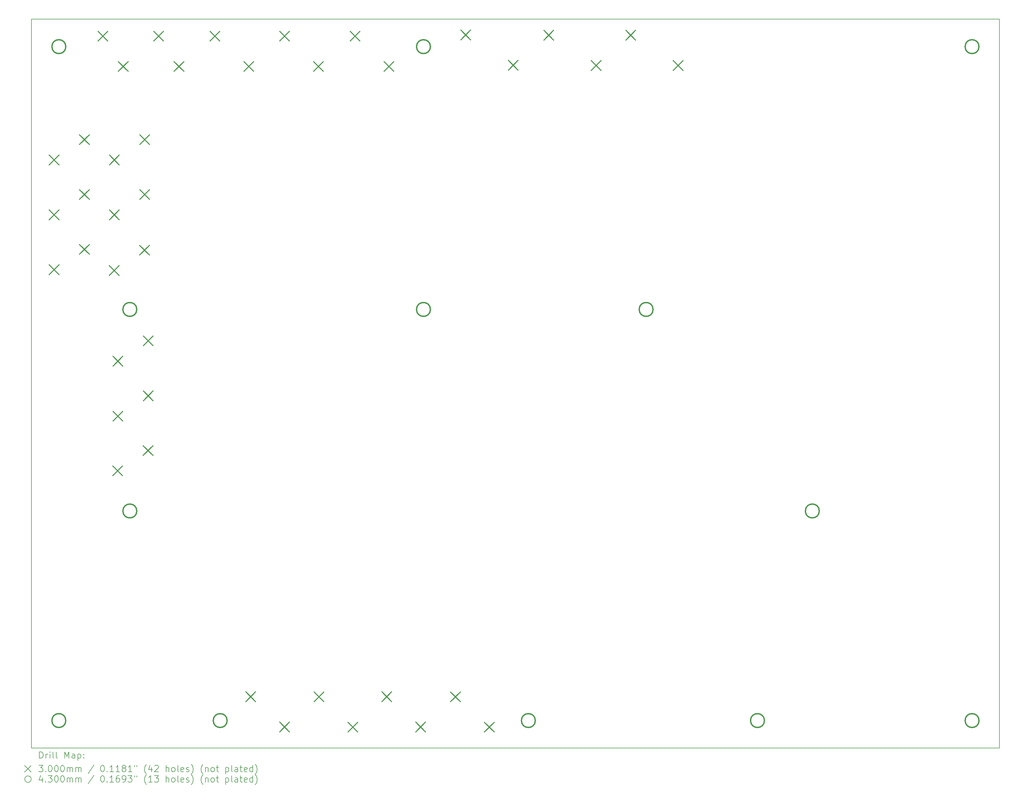
<source format=gbr>
%TF.GenerationSoftware,KiCad,Pcbnew,(6.0.10)*%
%TF.CreationDate,2024-08-19T09:22:01-04:00*%
%TF.ProjectId,ExoFlex_Kicad,45786f46-6c65-4785-9f4b-696361642e6b,rev?*%
%TF.SameCoordinates,Original*%
%TF.FileFunction,Drillmap*%
%TF.FilePolarity,Positive*%
%FSLAX45Y45*%
G04 Gerber Fmt 4.5, Leading zero omitted, Abs format (unit mm)*
G04 Created by KiCad (PCBNEW (6.0.10)) date 2024-08-19 09:22:01*
%MOMM*%
%LPD*%
G01*
G04 APERTURE LIST*
%ADD10C,0.150000*%
%ADD11C,0.200000*%
%ADD12C,0.299999*%
%ADD13C,0.430000*%
G04 APERTURE END LIST*
D10*
X2870200Y-2117200D02*
X32870200Y-2117200D01*
X32870200Y-24717200D02*
X2870200Y-24717200D01*
X32870200Y-2117200D02*
X32870200Y-24717200D01*
X2870200Y-24717200D02*
X2870200Y-2117200D01*
D11*
D12*
X3423700Y-6333801D02*
X3723700Y-6633800D01*
X3723700Y-6333801D02*
X3423700Y-6633800D01*
X3423700Y-8035601D02*
X3723700Y-8335600D01*
X3723700Y-8035601D02*
X3423700Y-8335600D01*
X3423700Y-9737401D02*
X3723700Y-10037400D01*
X3723700Y-9737401D02*
X3423700Y-10037400D01*
X4363700Y-5703801D02*
X4663700Y-6003800D01*
X4663700Y-5703801D02*
X4363700Y-6003800D01*
X4363700Y-7405601D02*
X4663700Y-7705600D01*
X4663700Y-7405601D02*
X4363700Y-7705600D01*
X4363700Y-9107401D02*
X4663700Y-9407400D01*
X4663700Y-9107401D02*
X4363700Y-9407400D01*
X4933800Y-2491300D02*
X5233800Y-2791300D01*
X5233800Y-2491300D02*
X4933800Y-2791300D01*
X5286500Y-9762800D02*
X5586500Y-10062800D01*
X5586500Y-9762800D02*
X5286500Y-10062800D01*
X5289400Y-6333801D02*
X5589400Y-6633800D01*
X5589400Y-6333801D02*
X5289400Y-6633800D01*
X5289400Y-8035601D02*
X5589400Y-8335600D01*
X5589400Y-8035601D02*
X5289400Y-8335600D01*
X5394300Y-15972801D02*
X5694300Y-16272800D01*
X5694300Y-15972801D02*
X5394300Y-16272800D01*
X5399100Y-12572801D02*
X5699100Y-12872800D01*
X5699100Y-12572801D02*
X5399100Y-12872800D01*
X5399100Y-14277200D02*
X5699100Y-14577200D01*
X5699100Y-14277200D02*
X5399100Y-14577200D01*
X5563800Y-3431300D02*
X5863800Y-3731300D01*
X5863800Y-3431300D02*
X5563800Y-3731300D01*
X6226500Y-9132800D02*
X6526500Y-9432800D01*
X6526500Y-9132800D02*
X6226500Y-9432800D01*
X6229400Y-5703801D02*
X6529400Y-6003800D01*
X6529400Y-5703801D02*
X6229400Y-6003800D01*
X6229400Y-7405601D02*
X6529400Y-7705600D01*
X6529400Y-7405601D02*
X6229400Y-7705600D01*
X6334300Y-15342801D02*
X6634300Y-15642800D01*
X6634300Y-15342801D02*
X6334300Y-15642800D01*
X6339100Y-11942801D02*
X6639100Y-12242800D01*
X6639100Y-11942801D02*
X6339100Y-12242800D01*
X6339100Y-13647200D02*
X6639100Y-13947200D01*
X6639100Y-13647200D02*
X6339100Y-13947200D01*
X6661000Y-2491300D02*
X6961000Y-2791300D01*
X6961000Y-2491300D02*
X6661000Y-2791300D01*
X7291000Y-3431300D02*
X7591000Y-3731300D01*
X7591000Y-3431300D02*
X7291000Y-3731300D01*
X8406800Y-2491300D02*
X8706800Y-2791300D01*
X8706800Y-2491300D02*
X8406800Y-2791300D01*
X9456798Y-3431300D02*
X9756798Y-3731300D01*
X9756798Y-3431300D02*
X9456798Y-3731300D01*
X9517003Y-22979300D02*
X9817002Y-23279300D01*
X9817002Y-22979300D02*
X9517003Y-23279300D01*
X10565800Y-2491300D02*
X10865800Y-2791300D01*
X10865800Y-2491300D02*
X10565800Y-2791300D01*
X10567000Y-23919300D02*
X10867000Y-24219300D01*
X10867000Y-23919300D02*
X10567000Y-24219300D01*
X11615798Y-3431300D02*
X11915798Y-3731300D01*
X11915798Y-3431300D02*
X11615798Y-3731300D01*
X11632002Y-22982200D02*
X11932002Y-23282200D01*
X11932002Y-22982200D02*
X11632002Y-23282200D01*
X12682000Y-23922200D02*
X12982000Y-24222200D01*
X12982000Y-23922200D02*
X12682000Y-24222200D01*
X12750200Y-2491300D02*
X13050200Y-2791300D01*
X13050200Y-2491300D02*
X12750200Y-2791300D01*
X13733402Y-22979300D02*
X14033402Y-23279300D01*
X14033402Y-22979300D02*
X13733402Y-23279300D01*
X13800198Y-3431300D02*
X14100198Y-3731300D01*
X14100198Y-3431300D02*
X13800198Y-3731300D01*
X14783400Y-23919300D02*
X15083400Y-24219300D01*
X15083400Y-23919300D02*
X14783400Y-24219300D01*
X15860203Y-22982200D02*
X16160202Y-23282200D01*
X16160202Y-22982200D02*
X15860203Y-23282200D01*
X16179800Y-2455500D02*
X16479800Y-2755500D01*
X16479800Y-2455500D02*
X16179800Y-2755500D01*
X16910200Y-23922200D02*
X17210200Y-24222200D01*
X17210200Y-23922200D02*
X16910200Y-24222200D01*
X17649797Y-3395500D02*
X17949797Y-3695500D01*
X17949797Y-3395500D02*
X17649797Y-3695500D01*
X18750200Y-2462200D02*
X19050200Y-2762200D01*
X19050200Y-2462200D02*
X18750200Y-2762200D01*
X20220197Y-3402200D02*
X20520197Y-3702200D01*
X20520197Y-3402200D02*
X20220197Y-3702200D01*
X21290200Y-2462200D02*
X21590200Y-2762200D01*
X21590200Y-2462200D02*
X21290200Y-2762200D01*
X22760197Y-3402200D02*
X23060197Y-3702200D01*
X23060197Y-3402200D02*
X22760197Y-3702200D01*
D13*
X3935200Y-2967200D02*
G75*
G03*
X3935200Y-2967200I-215000J0D01*
G01*
X3935200Y-23867200D02*
G75*
G03*
X3935200Y-23867200I-215000J0D01*
G01*
X6135200Y-11117200D02*
G75*
G03*
X6135200Y-11117200I-215000J0D01*
G01*
X6135200Y-17367200D02*
G75*
G03*
X6135200Y-17367200I-215000J0D01*
G01*
X8935200Y-23867200D02*
G75*
G03*
X8935200Y-23867200I-215000J0D01*
G01*
X15235200Y-2967200D02*
G75*
G03*
X15235200Y-2967200I-215000J0D01*
G01*
X15235200Y-11117200D02*
G75*
G03*
X15235200Y-11117200I-215000J0D01*
G01*
X18485200Y-23867200D02*
G75*
G03*
X18485200Y-23867200I-215000J0D01*
G01*
X22135200Y-11117200D02*
G75*
G03*
X22135200Y-11117200I-215000J0D01*
G01*
X25585200Y-23867200D02*
G75*
G03*
X25585200Y-23867200I-215000J0D01*
G01*
X27285200Y-17367200D02*
G75*
G03*
X27285200Y-17367200I-215000J0D01*
G01*
X32235200Y-2967200D02*
G75*
G03*
X32235200Y-2967200I-215000J0D01*
G01*
X32235200Y-23867200D02*
G75*
G03*
X32235200Y-23867200I-215000J0D01*
G01*
D11*
X3120319Y-25035176D02*
X3120319Y-24835176D01*
X3167938Y-24835176D01*
X3196509Y-24844700D01*
X3215557Y-24863748D01*
X3225081Y-24882795D01*
X3234605Y-24920890D01*
X3234605Y-24949462D01*
X3225081Y-24987557D01*
X3215557Y-25006605D01*
X3196509Y-25025652D01*
X3167938Y-25035176D01*
X3120319Y-25035176D01*
X3320319Y-25035176D02*
X3320319Y-24901843D01*
X3320319Y-24939938D02*
X3329843Y-24920890D01*
X3339367Y-24911367D01*
X3358414Y-24901843D01*
X3377462Y-24901843D01*
X3444128Y-25035176D02*
X3444128Y-24901843D01*
X3444128Y-24835176D02*
X3434605Y-24844700D01*
X3444128Y-24854224D01*
X3453652Y-24844700D01*
X3444128Y-24835176D01*
X3444128Y-24854224D01*
X3567938Y-25035176D02*
X3548890Y-25025652D01*
X3539367Y-25006605D01*
X3539367Y-24835176D01*
X3672700Y-25035176D02*
X3653652Y-25025652D01*
X3644128Y-25006605D01*
X3644128Y-24835176D01*
X3901271Y-25035176D02*
X3901271Y-24835176D01*
X3967938Y-24978033D01*
X4034605Y-24835176D01*
X4034605Y-25035176D01*
X4215557Y-25035176D02*
X4215557Y-24930414D01*
X4206033Y-24911367D01*
X4186986Y-24901843D01*
X4148890Y-24901843D01*
X4129843Y-24911367D01*
X4215557Y-25025652D02*
X4196510Y-25035176D01*
X4148890Y-25035176D01*
X4129843Y-25025652D01*
X4120319Y-25006605D01*
X4120319Y-24987557D01*
X4129843Y-24968509D01*
X4148890Y-24958986D01*
X4196510Y-24958986D01*
X4215557Y-24949462D01*
X4310795Y-24901843D02*
X4310795Y-25101843D01*
X4310795Y-24911367D02*
X4329843Y-24901843D01*
X4367938Y-24901843D01*
X4386986Y-24911367D01*
X4396510Y-24920890D01*
X4406033Y-24939938D01*
X4406033Y-24997081D01*
X4396510Y-25016128D01*
X4386986Y-25025652D01*
X4367938Y-25035176D01*
X4329843Y-25035176D01*
X4310795Y-25025652D01*
X4491748Y-25016128D02*
X4501271Y-25025652D01*
X4491748Y-25035176D01*
X4482224Y-25025652D01*
X4491748Y-25016128D01*
X4491748Y-25035176D01*
X4491748Y-24911367D02*
X4501271Y-24920890D01*
X4491748Y-24930414D01*
X4482224Y-24920890D01*
X4491748Y-24911367D01*
X4491748Y-24930414D01*
X2662700Y-25264700D02*
X2862700Y-25464700D01*
X2862700Y-25264700D02*
X2662700Y-25464700D01*
X3101271Y-25255176D02*
X3225081Y-25255176D01*
X3158414Y-25331367D01*
X3186986Y-25331367D01*
X3206033Y-25340890D01*
X3215557Y-25350414D01*
X3225081Y-25369462D01*
X3225081Y-25417081D01*
X3215557Y-25436128D01*
X3206033Y-25445652D01*
X3186986Y-25455176D01*
X3129843Y-25455176D01*
X3110795Y-25445652D01*
X3101271Y-25436128D01*
X3310795Y-25436128D02*
X3320319Y-25445652D01*
X3310795Y-25455176D01*
X3301271Y-25445652D01*
X3310795Y-25436128D01*
X3310795Y-25455176D01*
X3444128Y-25255176D02*
X3463176Y-25255176D01*
X3482224Y-25264700D01*
X3491748Y-25274224D01*
X3501271Y-25293271D01*
X3510795Y-25331367D01*
X3510795Y-25378986D01*
X3501271Y-25417081D01*
X3491748Y-25436128D01*
X3482224Y-25445652D01*
X3463176Y-25455176D01*
X3444128Y-25455176D01*
X3425081Y-25445652D01*
X3415557Y-25436128D01*
X3406033Y-25417081D01*
X3396509Y-25378986D01*
X3396509Y-25331367D01*
X3406033Y-25293271D01*
X3415557Y-25274224D01*
X3425081Y-25264700D01*
X3444128Y-25255176D01*
X3634605Y-25255176D02*
X3653652Y-25255176D01*
X3672700Y-25264700D01*
X3682224Y-25274224D01*
X3691748Y-25293271D01*
X3701271Y-25331367D01*
X3701271Y-25378986D01*
X3691748Y-25417081D01*
X3682224Y-25436128D01*
X3672700Y-25445652D01*
X3653652Y-25455176D01*
X3634605Y-25455176D01*
X3615557Y-25445652D01*
X3606033Y-25436128D01*
X3596509Y-25417081D01*
X3586986Y-25378986D01*
X3586986Y-25331367D01*
X3596509Y-25293271D01*
X3606033Y-25274224D01*
X3615557Y-25264700D01*
X3634605Y-25255176D01*
X3825081Y-25255176D02*
X3844128Y-25255176D01*
X3863176Y-25264700D01*
X3872700Y-25274224D01*
X3882224Y-25293271D01*
X3891748Y-25331367D01*
X3891748Y-25378986D01*
X3882224Y-25417081D01*
X3872700Y-25436128D01*
X3863176Y-25445652D01*
X3844128Y-25455176D01*
X3825081Y-25455176D01*
X3806033Y-25445652D01*
X3796509Y-25436128D01*
X3786986Y-25417081D01*
X3777462Y-25378986D01*
X3777462Y-25331367D01*
X3786986Y-25293271D01*
X3796509Y-25274224D01*
X3806033Y-25264700D01*
X3825081Y-25255176D01*
X3977462Y-25455176D02*
X3977462Y-25321843D01*
X3977462Y-25340890D02*
X3986986Y-25331367D01*
X4006033Y-25321843D01*
X4034605Y-25321843D01*
X4053652Y-25331367D01*
X4063176Y-25350414D01*
X4063176Y-25455176D01*
X4063176Y-25350414D02*
X4072700Y-25331367D01*
X4091748Y-25321843D01*
X4120319Y-25321843D01*
X4139367Y-25331367D01*
X4148890Y-25350414D01*
X4148890Y-25455176D01*
X4244129Y-25455176D02*
X4244129Y-25321843D01*
X4244129Y-25340890D02*
X4253652Y-25331367D01*
X4272700Y-25321843D01*
X4301271Y-25321843D01*
X4320319Y-25331367D01*
X4329843Y-25350414D01*
X4329843Y-25455176D01*
X4329843Y-25350414D02*
X4339367Y-25331367D01*
X4358414Y-25321843D01*
X4386986Y-25321843D01*
X4406033Y-25331367D01*
X4415557Y-25350414D01*
X4415557Y-25455176D01*
X4806033Y-25245652D02*
X4634605Y-25502795D01*
X5063176Y-25255176D02*
X5082224Y-25255176D01*
X5101271Y-25264700D01*
X5110795Y-25274224D01*
X5120319Y-25293271D01*
X5129843Y-25331367D01*
X5129843Y-25378986D01*
X5120319Y-25417081D01*
X5110795Y-25436128D01*
X5101271Y-25445652D01*
X5082224Y-25455176D01*
X5063176Y-25455176D01*
X5044129Y-25445652D01*
X5034605Y-25436128D01*
X5025081Y-25417081D01*
X5015557Y-25378986D01*
X5015557Y-25331367D01*
X5025081Y-25293271D01*
X5034605Y-25274224D01*
X5044129Y-25264700D01*
X5063176Y-25255176D01*
X5215557Y-25436128D02*
X5225081Y-25445652D01*
X5215557Y-25455176D01*
X5206033Y-25445652D01*
X5215557Y-25436128D01*
X5215557Y-25455176D01*
X5415557Y-25455176D02*
X5301271Y-25455176D01*
X5358414Y-25455176D02*
X5358414Y-25255176D01*
X5339367Y-25283748D01*
X5320319Y-25302795D01*
X5301271Y-25312319D01*
X5606033Y-25455176D02*
X5491748Y-25455176D01*
X5548890Y-25455176D02*
X5548890Y-25255176D01*
X5529843Y-25283748D01*
X5510795Y-25302795D01*
X5491748Y-25312319D01*
X5720319Y-25340890D02*
X5701271Y-25331367D01*
X5691748Y-25321843D01*
X5682224Y-25302795D01*
X5682224Y-25293271D01*
X5691748Y-25274224D01*
X5701271Y-25264700D01*
X5720319Y-25255176D01*
X5758414Y-25255176D01*
X5777462Y-25264700D01*
X5786986Y-25274224D01*
X5796509Y-25293271D01*
X5796509Y-25302795D01*
X5786986Y-25321843D01*
X5777462Y-25331367D01*
X5758414Y-25340890D01*
X5720319Y-25340890D01*
X5701271Y-25350414D01*
X5691748Y-25359938D01*
X5682224Y-25378986D01*
X5682224Y-25417081D01*
X5691748Y-25436128D01*
X5701271Y-25445652D01*
X5720319Y-25455176D01*
X5758414Y-25455176D01*
X5777462Y-25445652D01*
X5786986Y-25436128D01*
X5796509Y-25417081D01*
X5796509Y-25378986D01*
X5786986Y-25359938D01*
X5777462Y-25350414D01*
X5758414Y-25340890D01*
X5986986Y-25455176D02*
X5872700Y-25455176D01*
X5929843Y-25455176D02*
X5929843Y-25255176D01*
X5910795Y-25283748D01*
X5891748Y-25302795D01*
X5872700Y-25312319D01*
X6063176Y-25255176D02*
X6063176Y-25293271D01*
X6139367Y-25255176D02*
X6139367Y-25293271D01*
X6434605Y-25531367D02*
X6425081Y-25521843D01*
X6406033Y-25493271D01*
X6396509Y-25474224D01*
X6386986Y-25445652D01*
X6377462Y-25398033D01*
X6377462Y-25359938D01*
X6386986Y-25312319D01*
X6396509Y-25283748D01*
X6406033Y-25264700D01*
X6425081Y-25236128D01*
X6434605Y-25226605D01*
X6596509Y-25321843D02*
X6596509Y-25455176D01*
X6548890Y-25245652D02*
X6501271Y-25388509D01*
X6625081Y-25388509D01*
X6691748Y-25274224D02*
X6701271Y-25264700D01*
X6720319Y-25255176D01*
X6767938Y-25255176D01*
X6786986Y-25264700D01*
X6796509Y-25274224D01*
X6806033Y-25293271D01*
X6806033Y-25312319D01*
X6796509Y-25340890D01*
X6682224Y-25455176D01*
X6806033Y-25455176D01*
X7044128Y-25455176D02*
X7044128Y-25255176D01*
X7129843Y-25455176D02*
X7129843Y-25350414D01*
X7120319Y-25331367D01*
X7101271Y-25321843D01*
X7072700Y-25321843D01*
X7053652Y-25331367D01*
X7044128Y-25340890D01*
X7253652Y-25455176D02*
X7234605Y-25445652D01*
X7225081Y-25436128D01*
X7215557Y-25417081D01*
X7215557Y-25359938D01*
X7225081Y-25340890D01*
X7234605Y-25331367D01*
X7253652Y-25321843D01*
X7282224Y-25321843D01*
X7301271Y-25331367D01*
X7310795Y-25340890D01*
X7320319Y-25359938D01*
X7320319Y-25417081D01*
X7310795Y-25436128D01*
X7301271Y-25445652D01*
X7282224Y-25455176D01*
X7253652Y-25455176D01*
X7434605Y-25455176D02*
X7415557Y-25445652D01*
X7406033Y-25426605D01*
X7406033Y-25255176D01*
X7586986Y-25445652D02*
X7567938Y-25455176D01*
X7529843Y-25455176D01*
X7510795Y-25445652D01*
X7501271Y-25426605D01*
X7501271Y-25350414D01*
X7510795Y-25331367D01*
X7529843Y-25321843D01*
X7567938Y-25321843D01*
X7586986Y-25331367D01*
X7596509Y-25350414D01*
X7596509Y-25369462D01*
X7501271Y-25388509D01*
X7672700Y-25445652D02*
X7691748Y-25455176D01*
X7729843Y-25455176D01*
X7748890Y-25445652D01*
X7758414Y-25426605D01*
X7758414Y-25417081D01*
X7748890Y-25398033D01*
X7729843Y-25388509D01*
X7701271Y-25388509D01*
X7682224Y-25378986D01*
X7672700Y-25359938D01*
X7672700Y-25350414D01*
X7682224Y-25331367D01*
X7701271Y-25321843D01*
X7729843Y-25321843D01*
X7748890Y-25331367D01*
X7825081Y-25531367D02*
X7834605Y-25521843D01*
X7853652Y-25493271D01*
X7863176Y-25474224D01*
X7872700Y-25445652D01*
X7882224Y-25398033D01*
X7882224Y-25359938D01*
X7872700Y-25312319D01*
X7863176Y-25283748D01*
X7853652Y-25264700D01*
X7834605Y-25236128D01*
X7825081Y-25226605D01*
X8186986Y-25531367D02*
X8177462Y-25521843D01*
X8158414Y-25493271D01*
X8148890Y-25474224D01*
X8139367Y-25445652D01*
X8129843Y-25398033D01*
X8129843Y-25359938D01*
X8139367Y-25312319D01*
X8148890Y-25283748D01*
X8158414Y-25264700D01*
X8177462Y-25236128D01*
X8186986Y-25226605D01*
X8263176Y-25321843D02*
X8263176Y-25455176D01*
X8263176Y-25340890D02*
X8272700Y-25331367D01*
X8291748Y-25321843D01*
X8320319Y-25321843D01*
X8339367Y-25331367D01*
X8348890Y-25350414D01*
X8348890Y-25455176D01*
X8472700Y-25455176D02*
X8453652Y-25445652D01*
X8444129Y-25436128D01*
X8434605Y-25417081D01*
X8434605Y-25359938D01*
X8444129Y-25340890D01*
X8453652Y-25331367D01*
X8472700Y-25321843D01*
X8501271Y-25321843D01*
X8520319Y-25331367D01*
X8529843Y-25340890D01*
X8539367Y-25359938D01*
X8539367Y-25417081D01*
X8529843Y-25436128D01*
X8520319Y-25445652D01*
X8501271Y-25455176D01*
X8472700Y-25455176D01*
X8596510Y-25321843D02*
X8672700Y-25321843D01*
X8625081Y-25255176D02*
X8625081Y-25426605D01*
X8634605Y-25445652D01*
X8653652Y-25455176D01*
X8672700Y-25455176D01*
X8891748Y-25321843D02*
X8891748Y-25521843D01*
X8891748Y-25331367D02*
X8910795Y-25321843D01*
X8948890Y-25321843D01*
X8967938Y-25331367D01*
X8977462Y-25340890D01*
X8986986Y-25359938D01*
X8986986Y-25417081D01*
X8977462Y-25436128D01*
X8967938Y-25445652D01*
X8948890Y-25455176D01*
X8910795Y-25455176D01*
X8891748Y-25445652D01*
X9101271Y-25455176D02*
X9082224Y-25445652D01*
X9072700Y-25426605D01*
X9072700Y-25255176D01*
X9263176Y-25455176D02*
X9263176Y-25350414D01*
X9253652Y-25331367D01*
X9234605Y-25321843D01*
X9196510Y-25321843D01*
X9177462Y-25331367D01*
X9263176Y-25445652D02*
X9244129Y-25455176D01*
X9196510Y-25455176D01*
X9177462Y-25445652D01*
X9167938Y-25426605D01*
X9167938Y-25407557D01*
X9177462Y-25388509D01*
X9196510Y-25378986D01*
X9244129Y-25378986D01*
X9263176Y-25369462D01*
X9329843Y-25321843D02*
X9406033Y-25321843D01*
X9358414Y-25255176D02*
X9358414Y-25426605D01*
X9367938Y-25445652D01*
X9386986Y-25455176D01*
X9406033Y-25455176D01*
X9548890Y-25445652D02*
X9529843Y-25455176D01*
X9491748Y-25455176D01*
X9472700Y-25445652D01*
X9463176Y-25426605D01*
X9463176Y-25350414D01*
X9472700Y-25331367D01*
X9491748Y-25321843D01*
X9529843Y-25321843D01*
X9548890Y-25331367D01*
X9558414Y-25350414D01*
X9558414Y-25369462D01*
X9463176Y-25388509D01*
X9729843Y-25455176D02*
X9729843Y-25255176D01*
X9729843Y-25445652D02*
X9710795Y-25455176D01*
X9672700Y-25455176D01*
X9653652Y-25445652D01*
X9644129Y-25436128D01*
X9634605Y-25417081D01*
X9634605Y-25359938D01*
X9644129Y-25340890D01*
X9653652Y-25331367D01*
X9672700Y-25321843D01*
X9710795Y-25321843D01*
X9729843Y-25331367D01*
X9806033Y-25531367D02*
X9815557Y-25521843D01*
X9834605Y-25493271D01*
X9844129Y-25474224D01*
X9853652Y-25445652D01*
X9863176Y-25398033D01*
X9863176Y-25359938D01*
X9853652Y-25312319D01*
X9844129Y-25283748D01*
X9834605Y-25264700D01*
X9815557Y-25236128D01*
X9806033Y-25226605D01*
X2862700Y-25684700D02*
G75*
G03*
X2862700Y-25684700I-100000J0D01*
G01*
X3206033Y-25641843D02*
X3206033Y-25775176D01*
X3158414Y-25565652D02*
X3110795Y-25708509D01*
X3234605Y-25708509D01*
X3310795Y-25756128D02*
X3320319Y-25765652D01*
X3310795Y-25775176D01*
X3301271Y-25765652D01*
X3310795Y-25756128D01*
X3310795Y-25775176D01*
X3386986Y-25575176D02*
X3510795Y-25575176D01*
X3444128Y-25651367D01*
X3472700Y-25651367D01*
X3491748Y-25660890D01*
X3501271Y-25670414D01*
X3510795Y-25689462D01*
X3510795Y-25737081D01*
X3501271Y-25756128D01*
X3491748Y-25765652D01*
X3472700Y-25775176D01*
X3415557Y-25775176D01*
X3396509Y-25765652D01*
X3386986Y-25756128D01*
X3634605Y-25575176D02*
X3653652Y-25575176D01*
X3672700Y-25584700D01*
X3682224Y-25594224D01*
X3691748Y-25613271D01*
X3701271Y-25651367D01*
X3701271Y-25698986D01*
X3691748Y-25737081D01*
X3682224Y-25756128D01*
X3672700Y-25765652D01*
X3653652Y-25775176D01*
X3634605Y-25775176D01*
X3615557Y-25765652D01*
X3606033Y-25756128D01*
X3596509Y-25737081D01*
X3586986Y-25698986D01*
X3586986Y-25651367D01*
X3596509Y-25613271D01*
X3606033Y-25594224D01*
X3615557Y-25584700D01*
X3634605Y-25575176D01*
X3825081Y-25575176D02*
X3844128Y-25575176D01*
X3863176Y-25584700D01*
X3872700Y-25594224D01*
X3882224Y-25613271D01*
X3891748Y-25651367D01*
X3891748Y-25698986D01*
X3882224Y-25737081D01*
X3872700Y-25756128D01*
X3863176Y-25765652D01*
X3844128Y-25775176D01*
X3825081Y-25775176D01*
X3806033Y-25765652D01*
X3796509Y-25756128D01*
X3786986Y-25737081D01*
X3777462Y-25698986D01*
X3777462Y-25651367D01*
X3786986Y-25613271D01*
X3796509Y-25594224D01*
X3806033Y-25584700D01*
X3825081Y-25575176D01*
X3977462Y-25775176D02*
X3977462Y-25641843D01*
X3977462Y-25660890D02*
X3986986Y-25651367D01*
X4006033Y-25641843D01*
X4034605Y-25641843D01*
X4053652Y-25651367D01*
X4063176Y-25670414D01*
X4063176Y-25775176D01*
X4063176Y-25670414D02*
X4072700Y-25651367D01*
X4091748Y-25641843D01*
X4120319Y-25641843D01*
X4139367Y-25651367D01*
X4148890Y-25670414D01*
X4148890Y-25775176D01*
X4244129Y-25775176D02*
X4244129Y-25641843D01*
X4244129Y-25660890D02*
X4253652Y-25651367D01*
X4272700Y-25641843D01*
X4301271Y-25641843D01*
X4320319Y-25651367D01*
X4329843Y-25670414D01*
X4329843Y-25775176D01*
X4329843Y-25670414D02*
X4339367Y-25651367D01*
X4358414Y-25641843D01*
X4386986Y-25641843D01*
X4406033Y-25651367D01*
X4415557Y-25670414D01*
X4415557Y-25775176D01*
X4806033Y-25565652D02*
X4634605Y-25822795D01*
X5063176Y-25575176D02*
X5082224Y-25575176D01*
X5101271Y-25584700D01*
X5110795Y-25594224D01*
X5120319Y-25613271D01*
X5129843Y-25651367D01*
X5129843Y-25698986D01*
X5120319Y-25737081D01*
X5110795Y-25756128D01*
X5101271Y-25765652D01*
X5082224Y-25775176D01*
X5063176Y-25775176D01*
X5044129Y-25765652D01*
X5034605Y-25756128D01*
X5025081Y-25737081D01*
X5015557Y-25698986D01*
X5015557Y-25651367D01*
X5025081Y-25613271D01*
X5034605Y-25594224D01*
X5044129Y-25584700D01*
X5063176Y-25575176D01*
X5215557Y-25756128D02*
X5225081Y-25765652D01*
X5215557Y-25775176D01*
X5206033Y-25765652D01*
X5215557Y-25756128D01*
X5215557Y-25775176D01*
X5415557Y-25775176D02*
X5301271Y-25775176D01*
X5358414Y-25775176D02*
X5358414Y-25575176D01*
X5339367Y-25603748D01*
X5320319Y-25622795D01*
X5301271Y-25632319D01*
X5586986Y-25575176D02*
X5548890Y-25575176D01*
X5529843Y-25584700D01*
X5520319Y-25594224D01*
X5501271Y-25622795D01*
X5491748Y-25660890D01*
X5491748Y-25737081D01*
X5501271Y-25756128D01*
X5510795Y-25765652D01*
X5529843Y-25775176D01*
X5567938Y-25775176D01*
X5586986Y-25765652D01*
X5596509Y-25756128D01*
X5606033Y-25737081D01*
X5606033Y-25689462D01*
X5596509Y-25670414D01*
X5586986Y-25660890D01*
X5567938Y-25651367D01*
X5529843Y-25651367D01*
X5510795Y-25660890D01*
X5501271Y-25670414D01*
X5491748Y-25689462D01*
X5701271Y-25775176D02*
X5739367Y-25775176D01*
X5758414Y-25765652D01*
X5767938Y-25756128D01*
X5786986Y-25727557D01*
X5796509Y-25689462D01*
X5796509Y-25613271D01*
X5786986Y-25594224D01*
X5777462Y-25584700D01*
X5758414Y-25575176D01*
X5720319Y-25575176D01*
X5701271Y-25584700D01*
X5691748Y-25594224D01*
X5682224Y-25613271D01*
X5682224Y-25660890D01*
X5691748Y-25679938D01*
X5701271Y-25689462D01*
X5720319Y-25698986D01*
X5758414Y-25698986D01*
X5777462Y-25689462D01*
X5786986Y-25679938D01*
X5796509Y-25660890D01*
X5863176Y-25575176D02*
X5986986Y-25575176D01*
X5920319Y-25651367D01*
X5948890Y-25651367D01*
X5967938Y-25660890D01*
X5977462Y-25670414D01*
X5986986Y-25689462D01*
X5986986Y-25737081D01*
X5977462Y-25756128D01*
X5967938Y-25765652D01*
X5948890Y-25775176D01*
X5891748Y-25775176D01*
X5872700Y-25765652D01*
X5863176Y-25756128D01*
X6063176Y-25575176D02*
X6063176Y-25613271D01*
X6139367Y-25575176D02*
X6139367Y-25613271D01*
X6434605Y-25851367D02*
X6425081Y-25841843D01*
X6406033Y-25813271D01*
X6396509Y-25794224D01*
X6386986Y-25765652D01*
X6377462Y-25718033D01*
X6377462Y-25679938D01*
X6386986Y-25632319D01*
X6396509Y-25603748D01*
X6406033Y-25584700D01*
X6425081Y-25556128D01*
X6434605Y-25546605D01*
X6615557Y-25775176D02*
X6501271Y-25775176D01*
X6558414Y-25775176D02*
X6558414Y-25575176D01*
X6539367Y-25603748D01*
X6520319Y-25622795D01*
X6501271Y-25632319D01*
X6682224Y-25575176D02*
X6806033Y-25575176D01*
X6739367Y-25651367D01*
X6767938Y-25651367D01*
X6786986Y-25660890D01*
X6796509Y-25670414D01*
X6806033Y-25689462D01*
X6806033Y-25737081D01*
X6796509Y-25756128D01*
X6786986Y-25765652D01*
X6767938Y-25775176D01*
X6710795Y-25775176D01*
X6691748Y-25765652D01*
X6682224Y-25756128D01*
X7044128Y-25775176D02*
X7044128Y-25575176D01*
X7129843Y-25775176D02*
X7129843Y-25670414D01*
X7120319Y-25651367D01*
X7101271Y-25641843D01*
X7072700Y-25641843D01*
X7053652Y-25651367D01*
X7044128Y-25660890D01*
X7253652Y-25775176D02*
X7234605Y-25765652D01*
X7225081Y-25756128D01*
X7215557Y-25737081D01*
X7215557Y-25679938D01*
X7225081Y-25660890D01*
X7234605Y-25651367D01*
X7253652Y-25641843D01*
X7282224Y-25641843D01*
X7301271Y-25651367D01*
X7310795Y-25660890D01*
X7320319Y-25679938D01*
X7320319Y-25737081D01*
X7310795Y-25756128D01*
X7301271Y-25765652D01*
X7282224Y-25775176D01*
X7253652Y-25775176D01*
X7434605Y-25775176D02*
X7415557Y-25765652D01*
X7406033Y-25746605D01*
X7406033Y-25575176D01*
X7586986Y-25765652D02*
X7567938Y-25775176D01*
X7529843Y-25775176D01*
X7510795Y-25765652D01*
X7501271Y-25746605D01*
X7501271Y-25670414D01*
X7510795Y-25651367D01*
X7529843Y-25641843D01*
X7567938Y-25641843D01*
X7586986Y-25651367D01*
X7596509Y-25670414D01*
X7596509Y-25689462D01*
X7501271Y-25708509D01*
X7672700Y-25765652D02*
X7691748Y-25775176D01*
X7729843Y-25775176D01*
X7748890Y-25765652D01*
X7758414Y-25746605D01*
X7758414Y-25737081D01*
X7748890Y-25718033D01*
X7729843Y-25708509D01*
X7701271Y-25708509D01*
X7682224Y-25698986D01*
X7672700Y-25679938D01*
X7672700Y-25670414D01*
X7682224Y-25651367D01*
X7701271Y-25641843D01*
X7729843Y-25641843D01*
X7748890Y-25651367D01*
X7825081Y-25851367D02*
X7834605Y-25841843D01*
X7853652Y-25813271D01*
X7863176Y-25794224D01*
X7872700Y-25765652D01*
X7882224Y-25718033D01*
X7882224Y-25679938D01*
X7872700Y-25632319D01*
X7863176Y-25603748D01*
X7853652Y-25584700D01*
X7834605Y-25556128D01*
X7825081Y-25546605D01*
X8186986Y-25851367D02*
X8177462Y-25841843D01*
X8158414Y-25813271D01*
X8148890Y-25794224D01*
X8139367Y-25765652D01*
X8129843Y-25718033D01*
X8129843Y-25679938D01*
X8139367Y-25632319D01*
X8148890Y-25603748D01*
X8158414Y-25584700D01*
X8177462Y-25556128D01*
X8186986Y-25546605D01*
X8263176Y-25641843D02*
X8263176Y-25775176D01*
X8263176Y-25660890D02*
X8272700Y-25651367D01*
X8291748Y-25641843D01*
X8320319Y-25641843D01*
X8339367Y-25651367D01*
X8348890Y-25670414D01*
X8348890Y-25775176D01*
X8472700Y-25775176D02*
X8453652Y-25765652D01*
X8444129Y-25756128D01*
X8434605Y-25737081D01*
X8434605Y-25679938D01*
X8444129Y-25660890D01*
X8453652Y-25651367D01*
X8472700Y-25641843D01*
X8501271Y-25641843D01*
X8520319Y-25651367D01*
X8529843Y-25660890D01*
X8539367Y-25679938D01*
X8539367Y-25737081D01*
X8529843Y-25756128D01*
X8520319Y-25765652D01*
X8501271Y-25775176D01*
X8472700Y-25775176D01*
X8596510Y-25641843D02*
X8672700Y-25641843D01*
X8625081Y-25575176D02*
X8625081Y-25746605D01*
X8634605Y-25765652D01*
X8653652Y-25775176D01*
X8672700Y-25775176D01*
X8891748Y-25641843D02*
X8891748Y-25841843D01*
X8891748Y-25651367D02*
X8910795Y-25641843D01*
X8948890Y-25641843D01*
X8967938Y-25651367D01*
X8977462Y-25660890D01*
X8986986Y-25679938D01*
X8986986Y-25737081D01*
X8977462Y-25756128D01*
X8967938Y-25765652D01*
X8948890Y-25775176D01*
X8910795Y-25775176D01*
X8891748Y-25765652D01*
X9101271Y-25775176D02*
X9082224Y-25765652D01*
X9072700Y-25746605D01*
X9072700Y-25575176D01*
X9263176Y-25775176D02*
X9263176Y-25670414D01*
X9253652Y-25651367D01*
X9234605Y-25641843D01*
X9196510Y-25641843D01*
X9177462Y-25651367D01*
X9263176Y-25765652D02*
X9244129Y-25775176D01*
X9196510Y-25775176D01*
X9177462Y-25765652D01*
X9167938Y-25746605D01*
X9167938Y-25727557D01*
X9177462Y-25708509D01*
X9196510Y-25698986D01*
X9244129Y-25698986D01*
X9263176Y-25689462D01*
X9329843Y-25641843D02*
X9406033Y-25641843D01*
X9358414Y-25575176D02*
X9358414Y-25746605D01*
X9367938Y-25765652D01*
X9386986Y-25775176D01*
X9406033Y-25775176D01*
X9548890Y-25765652D02*
X9529843Y-25775176D01*
X9491748Y-25775176D01*
X9472700Y-25765652D01*
X9463176Y-25746605D01*
X9463176Y-25670414D01*
X9472700Y-25651367D01*
X9491748Y-25641843D01*
X9529843Y-25641843D01*
X9548890Y-25651367D01*
X9558414Y-25670414D01*
X9558414Y-25689462D01*
X9463176Y-25708509D01*
X9729843Y-25775176D02*
X9729843Y-25575176D01*
X9729843Y-25765652D02*
X9710795Y-25775176D01*
X9672700Y-25775176D01*
X9653652Y-25765652D01*
X9644129Y-25756128D01*
X9634605Y-25737081D01*
X9634605Y-25679938D01*
X9644129Y-25660890D01*
X9653652Y-25651367D01*
X9672700Y-25641843D01*
X9710795Y-25641843D01*
X9729843Y-25651367D01*
X9806033Y-25851367D02*
X9815557Y-25841843D01*
X9834605Y-25813271D01*
X9844129Y-25794224D01*
X9853652Y-25765652D01*
X9863176Y-25718033D01*
X9863176Y-25679938D01*
X9853652Y-25632319D01*
X9844129Y-25603748D01*
X9834605Y-25584700D01*
X9815557Y-25556128D01*
X9806033Y-25546605D01*
M02*

</source>
